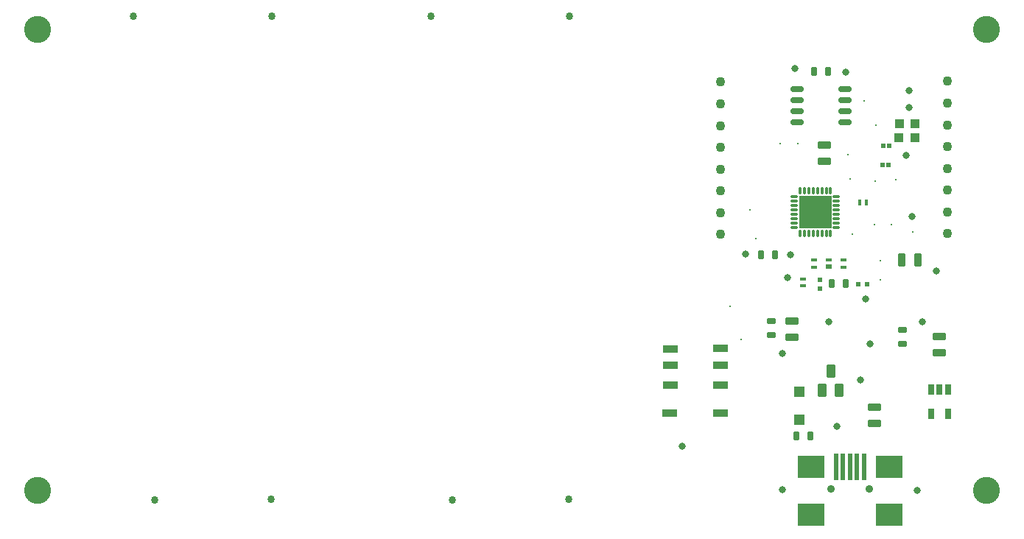
<source format=gts>
G04*
G04 #@! TF.GenerationSoftware,Altium Limited,Altium Designer,20.2.3 (150)*
G04*
G04 Layer_Color=8388736*
%FSLAX44Y44*%
%MOMM*%
G71*
G04*
G04 #@! TF.SameCoordinates,5AD93C74-63FB-45D8-B8F2-FB33F07F8B26*
G04*
G04*
G04 #@! TF.FilePolarity,Negative*
G04*
G01*
G75*
%ADD35R,1.3000X1.3000*%
G04:AMPARAMS|DCode=36|XSize=1.1mm|YSize=1.5mm|CornerRadius=0.175mm|HoleSize=0mm|Usage=FLASHONLY|Rotation=0.000|XOffset=0mm|YOffset=0mm|HoleType=Round|Shape=RoundedRectangle|*
%AMROUNDEDRECTD36*
21,1,1.1000,1.1500,0,0,0.0*
21,1,0.7500,1.5000,0,0,0.0*
1,1,0.3500,0.3750,-0.5750*
1,1,0.3500,-0.3750,-0.5750*
1,1,0.3500,-0.3750,0.5750*
1,1,0.3500,0.3750,0.5750*
%
%ADD36ROUNDEDRECTD36*%
G04:AMPARAMS|DCode=37|XSize=0.8mm|YSize=1.6mm|CornerRadius=0.1375mm|HoleSize=0mm|Usage=FLASHONLY|Rotation=270.000|XOffset=0mm|YOffset=0mm|HoleType=Round|Shape=RoundedRectangle|*
%AMROUNDEDRECTD37*
21,1,0.8000,1.3250,0,0,270.0*
21,1,0.5250,1.6000,0,0,270.0*
1,1,0.2750,-0.6625,-0.2625*
1,1,0.2750,-0.6625,0.2625*
1,1,0.2750,0.6625,0.2625*
1,1,0.2750,0.6625,-0.2625*
%
%ADD37ROUNDEDRECTD37*%
%ADD38R,3.1000X2.6000*%
%ADD39R,0.6000X3.1000*%
G04:AMPARAMS|DCode=40|XSize=0.7mm|YSize=1.1mm|CornerRadius=0.155mm|HoleSize=0mm|Usage=FLASHONLY|Rotation=180.000|XOffset=0mm|YOffset=0mm|HoleType=Round|Shape=RoundedRectangle|*
%AMROUNDEDRECTD40*
21,1,0.7000,0.7900,0,0,180.0*
21,1,0.3900,1.1000,0,0,180.0*
1,1,0.3100,-0.1950,0.3950*
1,1,0.3100,0.1950,0.3950*
1,1,0.3100,0.1950,-0.3950*
1,1,0.3100,-0.1950,-0.3950*
%
%ADD40ROUNDEDRECTD40*%
%ADD41R,3.8000X3.8000*%
%ADD42R,0.7000X0.4000*%
%ADD43R,0.4000X0.7000*%
%ADD44R,1.7500X0.9000*%
%ADD45R,0.6000X0.5400*%
G04:AMPARAMS|DCode=46|XSize=0.7mm|YSize=1.1mm|CornerRadius=0.155mm|HoleSize=0mm|Usage=FLASHONLY|Rotation=90.000|XOffset=0mm|YOffset=0mm|HoleType=Round|Shape=RoundedRectangle|*
%AMROUNDEDRECTD46*
21,1,0.7000,0.7900,0,0,90.0*
21,1,0.3900,1.1000,0,0,90.0*
1,1,0.3100,0.3950,0.1950*
1,1,0.3100,0.3950,-0.1950*
1,1,0.3100,-0.3950,-0.1950*
1,1,0.3100,-0.3950,0.1950*
%
%ADD46ROUNDEDRECTD46*%
%ADD47R,0.8000X0.5000*%
%ADD48R,0.7000X1.1500*%
G04:AMPARAMS|DCode=49|XSize=0.8mm|YSize=1.6mm|CornerRadius=0.1375mm|HoleSize=0mm|Usage=FLASHONLY|Rotation=0.000|XOffset=0mm|YOffset=0mm|HoleType=Round|Shape=RoundedRectangle|*
%AMROUNDEDRECTD49*
21,1,0.8000,1.3250,0,0,0.0*
21,1,0.5250,1.6000,0,0,0.0*
1,1,0.2750,0.2625,-0.6625*
1,1,0.2750,-0.2625,-0.6625*
1,1,0.2750,-0.2625,0.6625*
1,1,0.2750,0.2625,0.6625*
%
%ADD49ROUNDEDRECTD49*%
%ADD50O,1.5500X0.7000*%
%ADD51R,0.5400X0.6000*%
%ADD52R,1.1000X1.0000*%
%ADD53O,0.9000X0.3500*%
%ADD54O,0.3500X0.9000*%
%ADD55C,0.9000*%
%ADD56C,3.1000*%
%ADD57C,1.1000*%
%ADD58C,0.8620*%
%ADD59C,0.8112*%
%ADD60C,0.3000*%
D35*
X927500Y131500D02*
D03*
Y163000D02*
D03*
D36*
X963260Y186840D02*
D03*
X953760Y164840D02*
D03*
X972760Y164840D02*
D03*
D37*
X1013260Y145590D02*
D03*
Y126840D02*
D03*
X919000Y225750D02*
D03*
Y244500D02*
D03*
X956260Y447340D02*
D03*
Y428590D02*
D03*
X1088260Y208090D02*
D03*
Y226840D02*
D03*
D38*
X940260Y76840D02*
D03*
Y21840D02*
D03*
X1030260D02*
D03*
Y76840D02*
D03*
D39*
X969260D02*
D03*
X977260D02*
D03*
X985260D02*
D03*
X993260D02*
D03*
X1001260D02*
D03*
D40*
X939750Y113000D02*
D03*
X923750D02*
D03*
X883260Y320840D02*
D03*
X899260D02*
D03*
X964260Y287840D02*
D03*
X980260D02*
D03*
X944260Y531840D02*
D03*
X960260D02*
D03*
D41*
X945510Y370090D02*
D03*
D42*
X931000Y285000D02*
D03*
Y293000D02*
D03*
X978260Y306840D02*
D03*
Y314840D02*
D03*
X961000Y315000D02*
D03*
X944260Y306840D02*
D03*
Y314840D02*
D03*
D43*
X1004260Y380840D02*
D03*
X996260D02*
D03*
D44*
X778260Y138840D02*
D03*
X778522Y170832D02*
D03*
Y193832D02*
D03*
Y212832D02*
D03*
X836510Y213090D02*
D03*
X836260Y193840D02*
D03*
Y170840D02*
D03*
X836510Y138840D02*
D03*
D45*
X1023660Y445840D02*
D03*
X1030260D02*
D03*
X1029560Y423840D02*
D03*
X1022960D02*
D03*
X995000Y287000D02*
D03*
X1005000D02*
D03*
D46*
X895260Y244840D02*
D03*
Y228840D02*
D03*
X1045260Y218840D02*
D03*
Y234840D02*
D03*
D47*
X961000Y307000D02*
D03*
D48*
X1078760Y165590D02*
D03*
X1088260D02*
D03*
X1097760D02*
D03*
Y138090D02*
D03*
X1078760D02*
D03*
D49*
X1063760Y314840D02*
D03*
X1045010D02*
D03*
D50*
X924760Y473540D02*
D03*
Y486240D02*
D03*
Y498940D02*
D03*
Y511640D02*
D03*
X979260Y473540D02*
D03*
Y486240D02*
D03*
Y498940D02*
D03*
Y511640D02*
D03*
D51*
X951000Y292000D02*
D03*
Y282000D02*
D03*
D52*
X1041750Y455500D02*
D03*
X1059750D02*
D03*
X1042000Y471500D02*
D03*
X1059750D02*
D03*
D53*
X969760Y352590D02*
D03*
Y357590D02*
D03*
Y362590D02*
D03*
Y367590D02*
D03*
Y372590D02*
D03*
Y377590D02*
D03*
Y382590D02*
D03*
Y387590D02*
D03*
X921260D02*
D03*
Y382590D02*
D03*
Y377590D02*
D03*
Y372590D02*
D03*
Y367590D02*
D03*
Y362590D02*
D03*
Y357590D02*
D03*
Y352590D02*
D03*
D54*
X963010Y394340D02*
D03*
X958010D02*
D03*
X953010D02*
D03*
X948010D02*
D03*
X943010D02*
D03*
X938010D02*
D03*
X933010D02*
D03*
X928010D02*
D03*
Y345840D02*
D03*
X933010D02*
D03*
X938010D02*
D03*
X943010D02*
D03*
X948010D02*
D03*
X953010D02*
D03*
X958010D02*
D03*
X963010D02*
D03*
D55*
X963260Y51840D02*
D03*
X1007260D02*
D03*
D56*
X52000Y50000D02*
D03*
Y580000D02*
D03*
X1142000Y580000D02*
D03*
Y50000D02*
D03*
D57*
X1097260Y469840D02*
D03*
Y520640D02*
D03*
Y495240D02*
D03*
Y419840D02*
D03*
Y445240D02*
D03*
Y369840D02*
D03*
Y395240D02*
D03*
Y345240D02*
D03*
X836260Y468840D02*
D03*
Y519640D02*
D03*
Y494240D02*
D03*
Y418840D02*
D03*
Y444240D02*
D03*
Y368840D02*
D03*
Y394240D02*
D03*
Y344240D02*
D03*
D58*
X504000Y595000D02*
D03*
X663000D02*
D03*
X662000Y40000D02*
D03*
X528000Y39000D02*
D03*
X186000D02*
D03*
X320000Y40000D02*
D03*
X321000Y595000D02*
D03*
X162000D02*
D03*
D59*
X997000Y177000D02*
D03*
X1008260Y218840D02*
D03*
X1053000Y510000D02*
D03*
X1057000Y365250D02*
D03*
X907260Y50840D02*
D03*
X1062260Y50340D02*
D03*
X917260Y320840D02*
D03*
X913260Y294840D02*
D03*
X922260Y534840D02*
D03*
X792260Y100840D02*
D03*
X970260Y123840D02*
D03*
X907260Y207840D02*
D03*
X1068260Y243840D02*
D03*
X980260Y530840D02*
D03*
X961260Y243840D02*
D03*
X1003260Y269840D02*
D03*
X865260Y321840D02*
D03*
X1084260Y301840D02*
D03*
X1050260Y434840D02*
D03*
X1053000Y490000D02*
D03*
D60*
X934510Y381090D02*
D03*
Y370090D02*
D03*
Y359090D02*
D03*
X945510Y381090D02*
D03*
Y370090D02*
D03*
Y359090D02*
D03*
X956510Y381090D02*
D03*
Y370090D02*
D03*
Y359090D02*
D03*
X1001260Y497840D02*
D03*
X1033270Y355430D02*
D03*
X1013270D02*
D03*
X860260Y223840D02*
D03*
X847260Y261840D02*
D03*
X877260Y339840D02*
D03*
X1020260Y291840D02*
D03*
Y313840D02*
D03*
X1057260Y346840D02*
D03*
X988270Y344430D02*
D03*
X1014260Y405840D02*
D03*
X983260Y435840D02*
D03*
X1015260Y469840D02*
D03*
X1038260Y406840D02*
D03*
X925260Y448840D02*
D03*
X905260D02*
D03*
X870260Y372840D02*
D03*
X985250Y407750D02*
D03*
M02*

</source>
